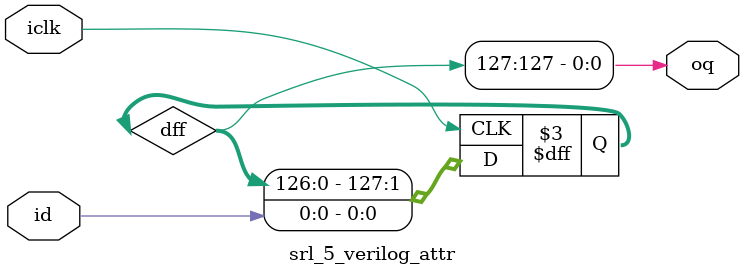
<source format=v>
`timescale 1ns / 1ps

module srl_5_verilog_attr(
    input id,
    input iclk,
    output oq
    );
    parameter SRL_LENGTH = 128;
    
	 (* altera_attribute = "-name AUTO_SHIFT_REGISTER_RECOGNITION ON" *)reg [SRL_LENGTH-1:0] dff;
    
	 integer i;
    
    always @(posedge iclk) begin
    	dff[0] <= id;
    	for (i = 0; i < SRL_LENGTH-1; i = i+1) begin
    		dff[i + 1] <= dff[i];
    	end
    end
    
    assign oq = dff[SRL_LENGTH-1];
    
endmodule

</source>
